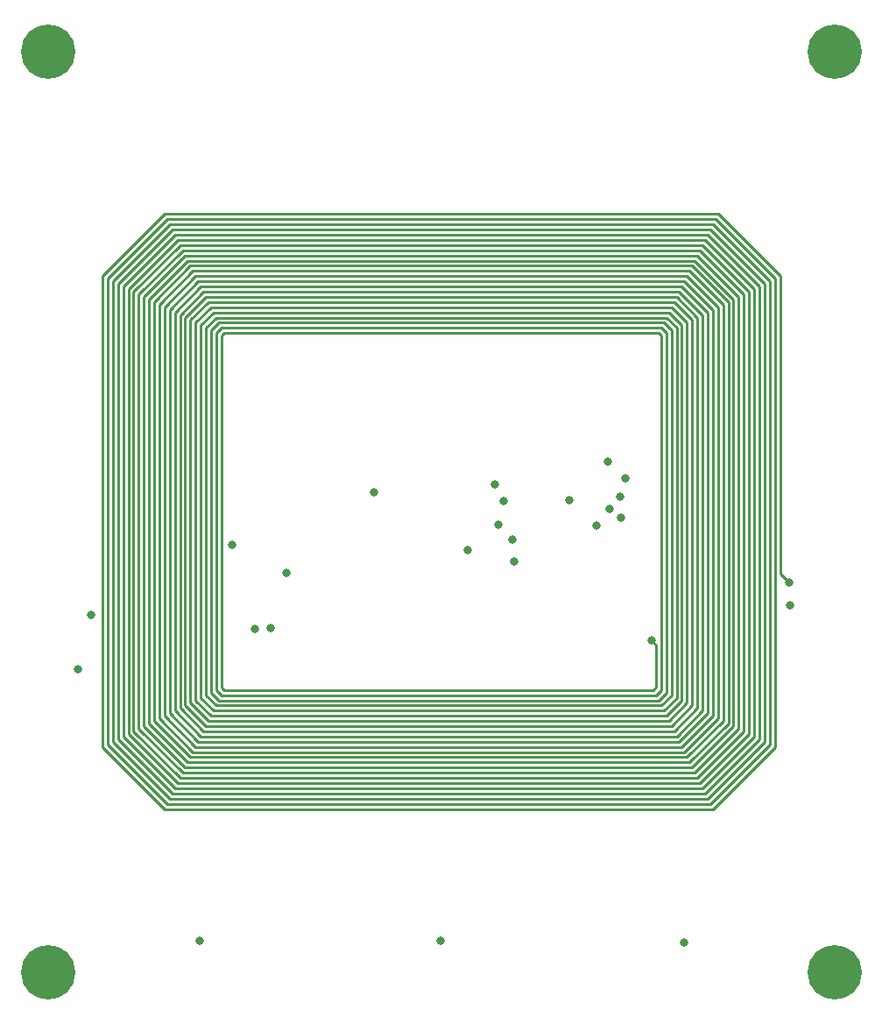
<source format=gbr>
%TF.GenerationSoftware,KiCad,Pcbnew,(6.0.7)*%
%TF.CreationDate,2023-01-31T02:47:43-08:00*%
%TF.ProjectId,solar-panel-NoCutout,736f6c61-722d-4706-916e-656c2d4e6f43,2.0*%
%TF.SameCoordinates,Original*%
%TF.FileFunction,Copper,L3,Inr*%
%TF.FilePolarity,Positive*%
%FSLAX46Y46*%
G04 Gerber Fmt 4.6, Leading zero omitted, Abs format (unit mm)*
G04 Created by KiCad (PCBNEW (6.0.7)) date 2023-01-31 02:47:43*
%MOMM*%
%LPD*%
G01*
G04 APERTURE LIST*
%TA.AperFunction,ComponentPad*%
%ADD10C,5.250000*%
%TD*%
%TA.AperFunction,ViaPad*%
%ADD11C,0.800000*%
%TD*%
%TA.AperFunction,Conductor*%
%ADD12C,0.250000*%
%TD*%
G04 APERTURE END LIST*
D10*
%TO.N,unconnected-(J2-Pad1)*%
%TO.C,J2*%
X106500000Y-70300000D03*
%TD*%
%TO.N,unconnected-(J3-Pad1)*%
%TO.C,J3*%
X106500000Y-159300000D03*
%TD*%
%TO.N,unconnected-(J4-Pad1)*%
%TO.C,J4*%
X182500000Y-70300000D03*
%TD*%
%TO.N,unconnected-(J5-Pad1)*%
%TO.C,J5*%
X182500000Y-159300000D03*
%TD*%
D11*
%TO.N,GND*%
X168000000Y-156390000D03*
X156860000Y-113670000D03*
X160570000Y-109960000D03*
X109400000Y-130030000D03*
X144450000Y-156250000D03*
X151530000Y-119620000D03*
X149675000Y-112100000D03*
X121120000Y-156220000D03*
X137975000Y-112925000D03*
X160750000Y-114500000D03*
%TO.N,+3V3*%
X150540000Y-113710000D03*
X126510000Y-126100000D03*
X151390000Y-117440000D03*
%TO.N,VSOLAR*%
X124270000Y-118000000D03*
X110660000Y-124750000D03*
%TO.N,SDA*%
X147030000Y-118510000D03*
X129500000Y-120644998D03*
%TO.N,SCL*%
X149990000Y-115990000D03*
X128000001Y-125999999D03*
%TO.N,Net-(C3-Pad1)*%
X159470000Y-116130000D03*
X162260000Y-111570000D03*
%TO.N,Net-(U3-Pad7)*%
X178200000Y-123800000D03*
X161890000Y-115330000D03*
X161820000Y-113350000D03*
X178120000Y-121620000D03*
X164800000Y-127190000D03*
%TD*%
D12*
%TO.N,Net-(U3-Pad7)*%
X166250000Y-134500000D02*
X167750000Y-133000000D01*
X165750000Y-132000000D02*
X165750000Y-97750000D01*
X170500000Y-143000000D02*
X176250000Y-137250000D01*
X117750000Y-143500000D02*
X170750000Y-143500000D01*
X167750000Y-133000000D02*
X167750000Y-96750000D01*
X170250000Y-95500000D02*
X167750000Y-93000000D01*
X117250000Y-134750000D02*
X120500000Y-138000000D01*
X118250000Y-134250000D02*
X121000000Y-137000000D01*
X173750000Y-136000000D02*
X173750000Y-93750000D01*
X112750000Y-137000000D02*
X118250000Y-142500000D01*
X167250000Y-97000000D02*
X166250000Y-96000000D01*
X167750000Y-137500000D02*
X170750000Y-134500000D01*
X118750000Y-88000000D02*
X113750000Y-93000000D01*
X117750000Y-134500000D02*
X120750000Y-137500000D01*
X170750000Y-87000000D02*
X118250000Y-87000000D01*
X118250000Y-95250000D02*
X118250000Y-134250000D01*
X120250000Y-133250000D02*
X122000000Y-135000000D01*
X122250000Y-97250000D02*
X122250000Y-132250000D01*
X170000000Y-88500000D02*
X119000000Y-88500000D01*
X119750000Y-96000000D02*
X119750000Y-133500000D01*
X122500000Y-95500000D02*
X121250000Y-96750000D01*
X175250000Y-136750000D02*
X175250000Y-93000000D01*
X173250000Y-135750000D02*
X173250000Y-94000000D01*
X171000000Y-86500000D02*
X118000000Y-86500000D01*
X116250000Y-94250000D02*
X116250000Y-135250000D01*
X166250000Y-132250000D02*
X166250000Y-97500000D01*
X176750000Y-137500000D02*
X176750000Y-92250000D01*
X169000000Y-90500000D02*
X120000000Y-90500000D01*
X115250000Y-135750000D02*
X119500000Y-140000000D01*
X172250000Y-135250000D02*
X172250000Y-94500000D01*
X119250000Y-89000000D02*
X114750000Y-93500000D01*
X119000000Y-141000000D02*
X169500000Y-141000000D01*
X169250000Y-133750000D02*
X169250000Y-96000000D01*
X114250000Y-93250000D02*
X114250000Y-136250000D01*
X170750000Y-134500000D02*
X170750000Y-95250000D01*
X170000000Y-142000000D02*
X175250000Y-136750000D01*
X167000000Y-94500000D02*
X122000000Y-94500000D01*
X165500000Y-97500000D02*
X123500000Y-97500000D01*
X115750000Y-135500000D02*
X119750000Y-139500000D01*
X166750000Y-132500000D02*
X166750000Y-97250000D01*
X118500000Y-142000000D02*
X170000000Y-142000000D01*
X169500000Y-141000000D02*
X174250000Y-136250000D01*
X173750000Y-93750000D02*
X169500000Y-89500000D01*
X166750000Y-97250000D02*
X166000000Y-96500000D01*
X121750000Y-132500000D02*
X122750000Y-133500000D01*
X167250000Y-136500000D02*
X169750000Y-134000000D01*
X168750000Y-133500000D02*
X168750000Y-96250000D01*
X114750000Y-93500000D02*
X114750000Y-136000000D01*
X166500000Y-135000000D02*
X168250000Y-133250000D01*
X121750000Y-94000000D02*
X119750000Y-96000000D01*
X122750000Y-132000000D02*
X123250000Y-132500000D01*
X123250000Y-97750000D02*
X123250000Y-131750000D01*
X176250000Y-92500000D02*
X170750000Y-87000000D01*
X123250000Y-97000000D02*
X122750000Y-97500000D01*
X120750000Y-137500000D02*
X167750000Y-137500000D01*
X167750000Y-96750000D02*
X166500000Y-95500000D01*
X123000000Y-133000000D02*
X165500000Y-133000000D01*
X169750000Y-95750000D02*
X167500000Y-93500000D01*
X166250000Y-96000000D02*
X122750000Y-96000000D01*
X165290000Y-131710000D02*
X165290000Y-127680000D01*
X170500000Y-87500000D02*
X118500000Y-87500000D01*
X171250000Y-134750000D02*
X171250000Y-95000000D01*
X122500000Y-134000000D02*
X166000000Y-134000000D01*
X119500000Y-140000000D02*
X169000000Y-140000000D01*
X121250000Y-132750000D02*
X122500000Y-134000000D01*
X121750000Y-97000000D02*
X121750000Y-132500000D01*
X176250000Y-137250000D02*
X176250000Y-92500000D01*
X119500000Y-89500000D02*
X115250000Y-93750000D01*
X168750000Y-139500000D02*
X172750000Y-135500000D01*
X168000000Y-138000000D02*
X171250000Y-134750000D01*
X114250000Y-136250000D02*
X119000000Y-141000000D01*
X169750000Y-89000000D02*
X119250000Y-89000000D01*
X111750000Y-92000000D02*
X111750000Y-137500000D01*
X121250000Y-136500000D02*
X167250000Y-136500000D01*
X118000000Y-86500000D02*
X112250000Y-92250000D01*
X113750000Y-93000000D02*
X113750000Y-136500000D01*
X122250000Y-134500000D02*
X166250000Y-134500000D01*
X120250000Y-96250000D02*
X120250000Y-133250000D01*
X169750000Y-141500000D02*
X174750000Y-136500000D01*
X174750000Y-136500000D02*
X174750000Y-93250000D01*
X175750000Y-92750000D02*
X170500000Y-87500000D01*
X166750000Y-95000000D02*
X122250000Y-95000000D01*
X123250000Y-131750000D02*
X123500000Y-132000000D01*
X165750000Y-97750000D02*
X165500000Y-97500000D01*
X111750000Y-137500000D02*
X117750000Y-143500000D01*
X171250000Y-86000000D02*
X117750000Y-86000000D01*
X122750000Y-97500000D02*
X122750000Y-132000000D01*
X118250000Y-142500000D02*
X170250000Y-142500000D01*
X120250000Y-138500000D02*
X168250000Y-138500000D01*
X167250000Y-94000000D02*
X121750000Y-94000000D01*
X122250000Y-95000000D02*
X120750000Y-96500000D01*
X121000000Y-92500000D02*
X118250000Y-95250000D01*
X169000000Y-140000000D02*
X173250000Y-135750000D01*
X121750000Y-135500000D02*
X166750000Y-135500000D01*
X166000000Y-134000000D02*
X167250000Y-132750000D01*
X119750000Y-133500000D02*
X121750000Y-135500000D01*
X168250000Y-133250000D02*
X168250000Y-96500000D01*
X120750000Y-92000000D02*
X117750000Y-95000000D01*
X120750000Y-96500000D02*
X120750000Y-133000000D01*
X112250000Y-92250000D02*
X112250000Y-137250000D01*
X168250000Y-138500000D02*
X171750000Y-135000000D01*
X168750000Y-91000000D02*
X120250000Y-91000000D01*
X117250000Y-94750000D02*
X117250000Y-134750000D01*
X168250000Y-92000000D02*
X120750000Y-92000000D01*
X120000000Y-90500000D02*
X116250000Y-94250000D01*
X119750000Y-90000000D02*
X115750000Y-94000000D01*
X119250000Y-140500000D02*
X169250000Y-140500000D01*
X114750000Y-136000000D02*
X119250000Y-140500000D01*
X122000000Y-135000000D02*
X166500000Y-135000000D01*
X122250000Y-132250000D02*
X123000000Y-133000000D01*
X118750000Y-134000000D02*
X121250000Y-136500000D01*
X116750000Y-135000000D02*
X120250000Y-138500000D01*
X169250000Y-96000000D02*
X167250000Y-94000000D01*
X170250000Y-134250000D02*
X170250000Y-95500000D01*
X167000000Y-136000000D02*
X169250000Y-133750000D01*
X118500000Y-87500000D02*
X113250000Y-92750000D01*
X116750000Y-94500000D02*
X116750000Y-135000000D01*
X113250000Y-136750000D02*
X118500000Y-142000000D01*
X167750000Y-93000000D02*
X121250000Y-93000000D01*
X121250000Y-96750000D02*
X121250000Y-132750000D01*
X123500000Y-97500000D02*
X123250000Y-97750000D01*
X165750000Y-133500000D02*
X166750000Y-132500000D01*
X177250000Y-92000000D02*
X171250000Y-86000000D01*
X115750000Y-94000000D02*
X115750000Y-135500000D01*
X122750000Y-133500000D02*
X165750000Y-133500000D01*
X118000000Y-143000000D02*
X170500000Y-143000000D01*
X165250000Y-132500000D02*
X165750000Y-132000000D01*
X167250000Y-132750000D02*
X167250000Y-97000000D01*
X169250000Y-90000000D02*
X119750000Y-90000000D01*
X122750000Y-96000000D02*
X121750000Y-97000000D01*
X172750000Y-94250000D02*
X169000000Y-90500000D01*
X168000000Y-92500000D02*
X121000000Y-92500000D01*
X167500000Y-93500000D02*
X121500000Y-93500000D01*
X123250000Y-132500000D02*
X165250000Y-132500000D01*
X171250000Y-95000000D02*
X168250000Y-92000000D01*
X170250000Y-142500000D02*
X175750000Y-137000000D01*
X120750000Y-133000000D02*
X122250000Y-134500000D01*
X169250000Y-140500000D02*
X173750000Y-136000000D01*
X118250000Y-87000000D02*
X112750000Y-92500000D01*
X166000000Y-96500000D02*
X123000000Y-96500000D01*
X118750000Y-141500000D02*
X169750000Y-141500000D01*
X118750000Y-95500000D02*
X118750000Y-134000000D01*
X165500000Y-133000000D02*
X166250000Y-132250000D01*
X172250000Y-94500000D02*
X168750000Y-91000000D01*
X119250000Y-95750000D02*
X119250000Y-133750000D01*
X117750000Y-86000000D02*
X111750000Y-92000000D01*
X113750000Y-136500000D02*
X118750000Y-141500000D01*
X112250000Y-137250000D02*
X118000000Y-143000000D01*
X168500000Y-91500000D02*
X120500000Y-91500000D01*
X173250000Y-94000000D02*
X169250000Y-90000000D01*
X174250000Y-136250000D02*
X174250000Y-93500000D01*
X113250000Y-92750000D02*
X113250000Y-136750000D01*
X123000000Y-96500000D02*
X122250000Y-97250000D01*
X167500000Y-137000000D02*
X170250000Y-134250000D01*
X172750000Y-135500000D02*
X172750000Y-94250000D01*
X175250000Y-93000000D02*
X170250000Y-88000000D01*
X170750000Y-143500000D02*
X176750000Y-137500000D01*
X119250000Y-133750000D02*
X121500000Y-136000000D01*
X177250000Y-119500000D02*
X177250000Y-120750000D01*
X175750000Y-137000000D02*
X175750000Y-92750000D01*
X119000000Y-88500000D02*
X114250000Y-93250000D01*
X169500000Y-89500000D02*
X119500000Y-89500000D01*
X170750000Y-95250000D02*
X168000000Y-92500000D01*
X177250000Y-113000000D02*
X177250000Y-92000000D01*
X165750000Y-97000000D02*
X123250000Y-97000000D01*
X171750000Y-94750000D02*
X168500000Y-91500000D01*
X122000000Y-94500000D02*
X120250000Y-96250000D01*
X121500000Y-93500000D02*
X119250000Y-95750000D01*
X120500000Y-138000000D02*
X168000000Y-138000000D01*
X121250000Y-93000000D02*
X118750000Y-95500000D01*
X120250000Y-91000000D02*
X116750000Y-94500000D01*
X112750000Y-92500000D02*
X112750000Y-137000000D01*
X116250000Y-135250000D02*
X120000000Y-139000000D01*
X168500000Y-139000000D02*
X172250000Y-135250000D01*
X174750000Y-93250000D02*
X170000000Y-88500000D01*
X174250000Y-93500000D02*
X169750000Y-89000000D01*
X177250000Y-120750000D02*
X178120000Y-121620000D01*
X119750000Y-139500000D02*
X168750000Y-139500000D01*
X168250000Y-96500000D02*
X166750000Y-95000000D01*
X170250000Y-88000000D02*
X118750000Y-88000000D01*
X165290000Y-127680000D02*
X164800000Y-127190000D01*
X177250000Y-113000000D02*
X177250000Y-119500000D01*
X176750000Y-92250000D02*
X171000000Y-86500000D01*
X120500000Y-91500000D02*
X117250000Y-94750000D01*
X168750000Y-96250000D02*
X167000000Y-94500000D01*
X166500000Y-95500000D02*
X122500000Y-95500000D01*
X165000000Y-132000000D02*
X165290000Y-131710000D01*
X171750000Y-135000000D02*
X171750000Y-94750000D01*
X166250000Y-97500000D02*
X165750000Y-97000000D01*
X123500000Y-132000000D02*
X165000000Y-132000000D01*
X169750000Y-134000000D02*
X169750000Y-95750000D01*
X115250000Y-93750000D02*
X115250000Y-135750000D01*
X117750000Y-95000000D02*
X117750000Y-134500000D01*
X120000000Y-139000000D02*
X168500000Y-139000000D01*
X166750000Y-135500000D02*
X168750000Y-133500000D01*
X121000000Y-137000000D02*
X167500000Y-137000000D01*
X121500000Y-136000000D02*
X167000000Y-136000000D01*
%TD*%
M02*

</source>
